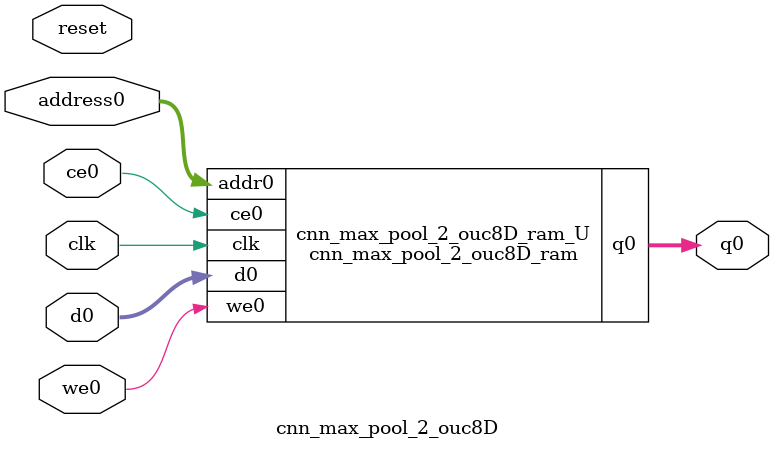
<source format=v>
`timescale 1 ns / 1 ps
module cnn_max_pool_2_ouc8D_ram (addr0, ce0, d0, we0, q0,  clk);

parameter DWIDTH = 14;
parameter AWIDTH = 9;
parameter MEM_SIZE = 400;

input[AWIDTH-1:0] addr0;
input ce0;
input[DWIDTH-1:0] d0;
input we0;
output reg[DWIDTH-1:0] q0;
input clk;

(* ram_style = "block" *)reg [DWIDTH-1:0] ram[0:MEM_SIZE-1];




always @(posedge clk)  
begin 
    if (ce0) 
    begin
        if (we0) 
        begin 
            ram[addr0] <= d0; 
        end 
        q0 <= ram[addr0];
    end
end


endmodule

`timescale 1 ns / 1 ps
module cnn_max_pool_2_ouc8D(
    reset,
    clk,
    address0,
    ce0,
    we0,
    d0,
    q0);

parameter DataWidth = 32'd14;
parameter AddressRange = 32'd400;
parameter AddressWidth = 32'd9;
input reset;
input clk;
input[AddressWidth - 1:0] address0;
input ce0;
input we0;
input[DataWidth - 1:0] d0;
output[DataWidth - 1:0] q0;



cnn_max_pool_2_ouc8D_ram cnn_max_pool_2_ouc8D_ram_U(
    .clk( clk ),
    .addr0( address0 ),
    .ce0( ce0 ),
    .we0( we0 ),
    .d0( d0 ),
    .q0( q0 ));

endmodule


</source>
